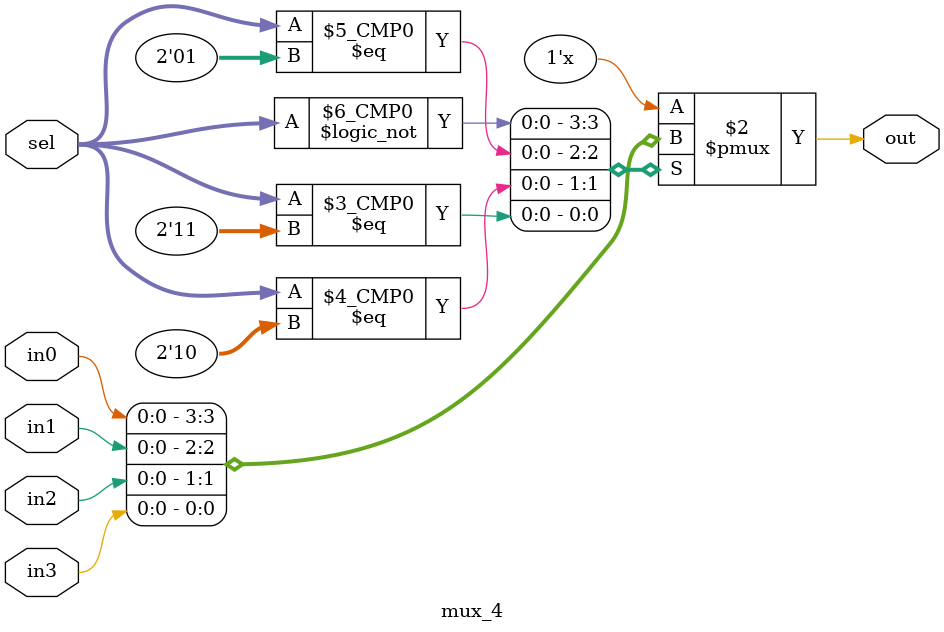
<source format=v>
module mux_4 (
    in0,in1,in2,in3,sel,out
);
parameter Width=1;
input [Width-1:0]in0,in1,in2,in3;
output reg [Width-1:0] out;
input [1:0]sel;
always @(*) begin
    case (sel)
        2'b00:out=in0;
        2'b01:out=in1;
        2'b10:out=in2;
        2'b11:out=in3;
    endcase
end
endmodule 
</source>
